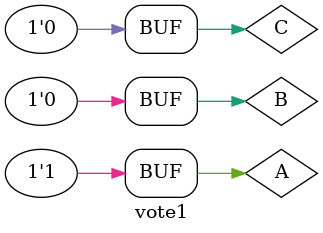
<source format=v>
`timescale 1ns / 1ps


module vote1;

	// Inputs
	reg A;
	reg B;
	reg C;

	// Outputs
	wire res;

	// Instantiate the Unit Under Test (UUT)
	vote uut (
		.A(A), 
		.B(B), 
		.C(C), 
		.res(res)
	);

	initial begin
		// Initialize Inputs
		A = 1;
		B = 0;
		C = 0;

		// Wait 100 ns for global reset to finish
		#100;
        
		// Add stimulus here

	end
      
endmodule


</source>
